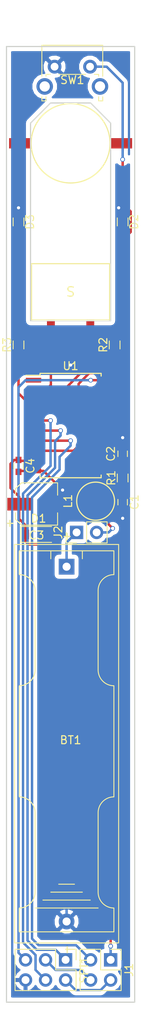
<source format=kicad_pcb>
(kicad_pcb (version 4) (host pcbnew 4.0.7)

  (general
    (links 34)
    (no_connects 0)
    (area 117.854 14.700999 136.246 144.141286)
    (thickness 1.6)
    (drawings 14)
    (tracks 146)
    (zones 0)
    (modules 19)
    (nets 19)
  )

  (page A4)
  (layers
    (0 F.Cu signal)
    (31 B.Cu signal)
    (32 B.Adhes user)
    (33 F.Adhes user)
    (34 B.Paste user)
    (35 F.Paste user)
    (36 B.SilkS user)
    (37 F.SilkS user)
    (38 B.Mask user)
    (39 F.Mask user)
    (40 Dwgs.User user)
    (41 Cmts.User user)
    (42 Eco1.User user)
    (43 Eco2.User user)
    (44 Edge.Cuts user)
    (45 Margin user)
    (46 B.CrtYd user)
    (47 F.CrtYd user)
    (48 B.Fab user)
    (49 F.Fab user)
  )

  (setup
    (last_trace_width 0.3048)
    (trace_clearance 0.267)
    (zone_clearance 0.508)
    (zone_45_only no)
    (trace_min 0.2)
    (segment_width 0.2)
    (edge_width 0.15)
    (via_size 0.6)
    (via_drill 0.4)
    (via_min_size 0.4)
    (via_min_drill 0.3)
    (uvia_size 0.3)
    (uvia_drill 0.1)
    (uvias_allowed no)
    (uvia_min_size 0.2)
    (uvia_min_drill 0.1)
    (pcb_text_width 0.3)
    (pcb_text_size 1.5 1.5)
    (mod_edge_width 0.15)
    (mod_text_size 1 1)
    (mod_text_width 0.15)
    (pad_size 2.805 1.3)
    (pad_drill 0)
    (pad_to_mask_clearance 0.2)
    (aux_axis_origin 0 0)
    (visible_elements 7FFEEFFF)
    (pcbplotparams
      (layerselection 0x01000_80000001)
      (usegerberextensions false)
      (excludeedgelayer false)
      (linewidth 0.100000)
      (plotframeref false)
      (viasonmask true)
      (mode 1)
      (useauxorigin false)
      (hpglpennumber 1)
      (hpglpenspeed 20)
      (hpglpendiameter 15)
      (hpglpenoverlay 2)
      (psnegative false)
      (psa4output false)
      (plotreference false)
      (plotvalue false)
      (plotinvisibletext false)
      (padsonsilk false)
      (subtractmaskfromsilk false)
      (outputformat 1)
      (mirror false)
      (drillshape 0)
      (scaleselection 1)
      (outputdirectory ""))
  )

  (net 0 "")
  (net 1 "Net-(D1-Pad2)")
  (net 2 "Net-(BT1-Pad1)")
  (net 3 GND)
  (net 4 "Net-(C2-Pad1)")
  (net 5 VCC)
  (net 6 MOSI)
  (net 7 MISO)
  (net 8 SCK)
  (net 9 RESET)
  (net 10 "Net-(C1-Pad1)")
  (net 11 "Net-(J1-Pad2)")
  (net 12 "Net-(J1-Pad4)")
  (net 13 "Net-(D2-Pad2)")
  (net 14 "Net-(SW1-Pad2)")
  (net 15 "Net-(D3-Pad2)")
  (net 16 US)
  (net 17 RED)
  (net 18 GREEN)

  (net_class Default "To jest domyślna klasa połączeń."
    (clearance 0.267)
    (trace_width 0.3048)
    (via_dia 0.6)
    (via_drill 0.4)
    (uvia_dia 0.3)
    (uvia_drill 0.1)
    (add_net GND)
    (add_net GREEN)
    (add_net MISO)
    (add_net MOSI)
    (add_net "Net-(BT1-Pad1)")
    (add_net "Net-(C1-Pad1)")
    (add_net "Net-(C2-Pad1)")
    (add_net "Net-(D1-Pad2)")
    (add_net "Net-(D2-Pad2)")
    (add_net "Net-(D3-Pad2)")
    (add_net "Net-(J1-Pad2)")
    (add_net "Net-(J1-Pad4)")
    (add_net "Net-(SW1-Pad2)")
    (add_net RED)
    (add_net RESET)
    (add_net SCK)
    (add_net US)
    (add_net VCC)
  )

  (module mpio:kulka_10mm (layer F.Cu) (tedit 5A5628D8) (tstamp 5A55E8BA)
    (at 127 33.02 180)
    (fp_text reference REF** (at 0 0.5 180) (layer F.SilkS) hide
      (effects (font (size 1 1) (thickness 0.15)))
    )
    (fp_text value kulka_10mm (at 0 -0.5 180) (layer F.Fab)
      (effects (font (size 1 1) (thickness 0.15)))
    )
    (fp_circle (center 0 0) (end 5 0) (layer F.SilkS) (width 0.15))
    (pad 0 smd rect (at 6.4025 0 180) (size 2.805 1.3) (layers F.Cu F.Paste F.Mask))
    (pad 0 smd rect (at -6.4025 0 180) (size 2.805 1.3) (layers F.Cu F.Paste F.Mask))
    (model ${KICADMPIO}/mpio.3dshapes/kulka10mm.wrl
      (at (xyz 0 0 0.02))
      (scale (xyz 0.393701 0.393701 0.393701))
      (rotate (xyz 0 0 0))
    )
  )

  (module mpio:MA40S4S_short (layer F.Cu) (tedit 5A55F088) (tstamp 5A5C418C)
    (at 127 55.372)
    (path /5A562CFA)
    (fp_text reference LS1 (at 0 -3.136) (layer F.SilkS) hide
      (effects (font (size 1 1) (thickness 0.15)))
    )
    (fp_text value MA40S4S (at 0 -4.136) (layer F.Fab)
      (effects (font (size 1 1) (thickness 0.15)))
    )
    (fp_text user S (at 0 -3.636) (layer F.SilkS)
      (effects (font (size 1.2 1.2) (thickness 0.15)))
    )
    (fp_line (start -4.95 -7.186) (end -4.95 -0.086) (layer F.SilkS) (width 0.15))
    (fp_line (start -4.95 -0.086) (end 4.95 -0.086) (layer F.SilkS) (width 0.15))
    (fp_line (start 4.95 -0.086) (end 4.95 -7.186) (layer F.SilkS) (width 0.15))
    (fp_line (start 4.95 -7.186) (end -4.95 -7.186) (layer F.SilkS) (width 0.15))
    (pad 2 smd rect (at 2.5 2.5) (size 1 5) (layers F.Cu F.Paste F.Mask)
      (net 3 GND))
    (pad 1 smd rect (at -2.5 2.5) (size 1 5) (layers F.Cu F.Paste F.Mask)
      (net 16 US))
    (model ${KICADMPIO}/mpio.3dshapes/MA40S4S_short.wrl
      (at (xyz 0 0 0.01))
      (scale (xyz 0.393701 0.393701 0.393701))
      (rotate (xyz 90 0 0))
    )
  )

  (module Pin_Headers:Pin_Header_Straight_1x02_Pitch2.54mm (layer F.Cu) (tedit 59650532) (tstamp 5A54E498)
    (at 127.762 82.042 90)
    (descr "Through hole straight pin header, 1x02, 2.54mm pitch, single row")
    (tags "Through hole pin header THT 1x02 2.54mm single row")
    (path /5A553E0D)
    (fp_text reference J2 (at 0 -2.33 90) (layer F.SilkS)
      (effects (font (size 1 1) (thickness 0.15)))
    )
    (fp_text value Prąd (at 0 4.87 90) (layer F.Fab)
      (effects (font (size 1 1) (thickness 0.15)))
    )
    (fp_line (start -0.635 -1.27) (end 1.27 -1.27) (layer F.Fab) (width 0.1))
    (fp_line (start 1.27 -1.27) (end 1.27 3.81) (layer F.Fab) (width 0.1))
    (fp_line (start 1.27 3.81) (end -1.27 3.81) (layer F.Fab) (width 0.1))
    (fp_line (start -1.27 3.81) (end -1.27 -0.635) (layer F.Fab) (width 0.1))
    (fp_line (start -1.27 -0.635) (end -0.635 -1.27) (layer F.Fab) (width 0.1))
    (fp_line (start -1.33 3.87) (end 1.33 3.87) (layer F.SilkS) (width 0.12))
    (fp_line (start -1.33 1.27) (end -1.33 3.87) (layer F.SilkS) (width 0.12))
    (fp_line (start 1.33 1.27) (end 1.33 3.87) (layer F.SilkS) (width 0.12))
    (fp_line (start -1.33 1.27) (end 1.33 1.27) (layer F.SilkS) (width 0.12))
    (fp_line (start -1.33 0) (end -1.33 -1.33) (layer F.SilkS) (width 0.12))
    (fp_line (start -1.33 -1.33) (end 0 -1.33) (layer F.SilkS) (width 0.12))
    (fp_line (start -1.8 -1.8) (end -1.8 4.35) (layer F.CrtYd) (width 0.05))
    (fp_line (start -1.8 4.35) (end 1.8 4.35) (layer F.CrtYd) (width 0.05))
    (fp_line (start 1.8 4.35) (end 1.8 -1.8) (layer F.CrtYd) (width 0.05))
    (fp_line (start 1.8 -1.8) (end -1.8 -1.8) (layer F.CrtYd) (width 0.05))
    (fp_text user %R (at 0 1.27 180) (layer F.Fab)
      (effects (font (size 1 1) (thickness 0.15)))
    )
    (pad 1 thru_hole rect (at 0 0 90) (size 1.7 1.7) (drill 1) (layers *.Cu *.Mask)
      (net 2 "Net-(BT1-Pad1)"))
    (pad 2 thru_hole oval (at 0 2.54 90) (size 1.7 1.7) (drill 1) (layers *.Cu *.Mask)
      (net 10 "Net-(C1-Pad1)"))
    (model ${KISYS3DMOD}/Pin_Headers.3dshapes/Pin_Header_Straight_1x02_Pitch2.54mm.wrl
      (at (xyz 0 0 0))
      (scale (xyz 1 1 1))
      (rotate (xyz 0 0 0))
    )
  )

  (module Pin_Headers:Pin_Header_Straight_2x02_Pitch2.54mm (layer F.Cu) (tedit 59650532) (tstamp 5A54E099)
    (at 132.08 135.89 270)
    (descr "Through hole straight pin header, 2x02, 2.54mm pitch, double rows")
    (tags "Through hole pin header THT 2x02 2.54mm double row")
    (path /5A54E696)
    (fp_text reference J1 (at 1.27 -2.33 270) (layer F.SilkS)
      (effects (font (size 1 1) (thickness 0.15)))
    )
    (fp_text value "1_2 VCC 3_4 SCK" (at 1.27 4.87 270) (layer F.Fab)
      (effects (font (size 1 1) (thickness 0.15)))
    )
    (fp_line (start 0 -1.27) (end 3.81 -1.27) (layer F.Fab) (width 0.1))
    (fp_line (start 3.81 -1.27) (end 3.81 3.81) (layer F.Fab) (width 0.1))
    (fp_line (start 3.81 3.81) (end -1.27 3.81) (layer F.Fab) (width 0.1))
    (fp_line (start -1.27 3.81) (end -1.27 0) (layer F.Fab) (width 0.1))
    (fp_line (start -1.27 0) (end 0 -1.27) (layer F.Fab) (width 0.1))
    (fp_line (start -1.33 3.87) (end 3.87 3.87) (layer F.SilkS) (width 0.12))
    (fp_line (start -1.33 1.27) (end -1.33 3.87) (layer F.SilkS) (width 0.12))
    (fp_line (start 3.87 -1.33) (end 3.87 3.87) (layer F.SilkS) (width 0.12))
    (fp_line (start -1.33 1.27) (end 1.27 1.27) (layer F.SilkS) (width 0.12))
    (fp_line (start 1.27 1.27) (end 1.27 -1.33) (layer F.SilkS) (width 0.12))
    (fp_line (start 1.27 -1.33) (end 3.87 -1.33) (layer F.SilkS) (width 0.12))
    (fp_line (start -1.33 0) (end -1.33 -1.33) (layer F.SilkS) (width 0.12))
    (fp_line (start -1.33 -1.33) (end 0 -1.33) (layer F.SilkS) (width 0.12))
    (fp_line (start -1.8 -1.8) (end -1.8 4.35) (layer F.CrtYd) (width 0.05))
    (fp_line (start -1.8 4.35) (end 4.35 4.35) (layer F.CrtYd) (width 0.05))
    (fp_line (start 4.35 4.35) (end 4.35 -1.8) (layer F.CrtYd) (width 0.05))
    (fp_line (start 4.35 -1.8) (end -1.8 -1.8) (layer F.CrtYd) (width 0.05))
    (fp_text user %R (at 1.27 1.27 360) (layer F.Fab)
      (effects (font (size 1 1) (thickness 0.15)))
    )
    (pad 1 thru_hole rect (at 0 0 270) (size 1.7 1.7) (drill 1) (layers *.Cu *.Mask)
      (net 5 VCC))
    (pad 2 thru_hole oval (at 2.54 0 270) (size 1.7 1.7) (drill 1) (layers *.Cu *.Mask)
      (net 11 "Net-(J1-Pad2)"))
    (pad 3 thru_hole oval (at 0 2.54 270) (size 1.7 1.7) (drill 1) (layers *.Cu *.Mask)
      (net 8 SCK))
    (pad 4 thru_hole oval (at 2.54 2.54 270) (size 1.7 1.7) (drill 1) (layers *.Cu *.Mask)
      (net 12 "Net-(J1-Pad4)"))
    (model ${KISYS3DMOD}/Pin_Headers.3dshapes/Pin_Header_Straight_2x02_Pitch2.54mm.wrl
      (at (xyz 0 0 0))
      (scale (xyz 1 1 1))
      (rotate (xyz 0 0 0))
    )
  )

  (module Resistors_SMD:R_0603 (layer F.Cu) (tedit 58E0A804) (tstamp 5A5497A6)
    (at 133.604 75.184 90)
    (descr "Resistor SMD 0603, reflow soldering, Vishay (see dcrcw.pdf)")
    (tags "resistor 0603")
    (path /5A548E85)
    (attr smd)
    (fp_text reference R1 (at 0 -1.45 90) (layer F.SilkS)
      (effects (font (size 1 1) (thickness 0.15)))
    )
    (fp_text value 680 (at 0 1.5 90) (layer F.Fab)
      (effects (font (size 1 1) (thickness 0.15)))
    )
    (fp_text user %R (at 0 0 90) (layer F.Fab)
      (effects (font (size 0.4 0.4) (thickness 0.075)))
    )
    (fp_line (start -0.8 0.4) (end -0.8 -0.4) (layer F.Fab) (width 0.1))
    (fp_line (start 0.8 0.4) (end -0.8 0.4) (layer F.Fab) (width 0.1))
    (fp_line (start 0.8 -0.4) (end 0.8 0.4) (layer F.Fab) (width 0.1))
    (fp_line (start -0.8 -0.4) (end 0.8 -0.4) (layer F.Fab) (width 0.1))
    (fp_line (start 0.5 0.68) (end -0.5 0.68) (layer F.SilkS) (width 0.12))
    (fp_line (start -0.5 -0.68) (end 0.5 -0.68) (layer F.SilkS) (width 0.12))
    (fp_line (start -1.25 -0.7) (end 1.25 -0.7) (layer F.CrtYd) (width 0.05))
    (fp_line (start -1.25 -0.7) (end -1.25 0.7) (layer F.CrtYd) (width 0.05))
    (fp_line (start 1.25 0.7) (end 1.25 -0.7) (layer F.CrtYd) (width 0.05))
    (fp_line (start 1.25 0.7) (end -1.25 0.7) (layer F.CrtYd) (width 0.05))
    (pad 1 smd rect (at -0.75 0 90) (size 0.5 0.9) (layers F.Cu F.Paste F.Mask)
      (net 10 "Net-(C1-Pad1)"))
    (pad 2 smd rect (at 0.75 0 90) (size 0.5 0.9) (layers F.Cu F.Paste F.Mask)
      (net 4 "Net-(C2-Pad1)"))
    (model ${KISYS3DMOD}/Resistors_SMD.3dshapes/R_0603.wrl
      (at (xyz 0 0 0))
      (scale (xyz 1 1 1))
      (rotate (xyz 0 0 0))
    )
  )

  (module Capacitors_SMD:C_0603 (layer F.Cu) (tedit 59958EE7) (tstamp 5A5497A0)
    (at 120.396 73.66 270)
    (descr "Capacitor SMD 0603, reflow soldering, AVX (see smccp.pdf)")
    (tags "capacitor 0603")
    (path /5A54B79F)
    (attr smd)
    (fp_text reference C4 (at 0 -1.5 270) (layer F.SilkS)
      (effects (font (size 1 1) (thickness 0.15)))
    )
    (fp_text value "100n close" (at 0 1.5 270) (layer F.Fab)
      (effects (font (size 1 1) (thickness 0.15)))
    )
    (fp_line (start 1.4 0.65) (end -1.4 0.65) (layer F.CrtYd) (width 0.05))
    (fp_line (start 1.4 0.65) (end 1.4 -0.65) (layer F.CrtYd) (width 0.05))
    (fp_line (start -1.4 -0.65) (end -1.4 0.65) (layer F.CrtYd) (width 0.05))
    (fp_line (start -1.4 -0.65) (end 1.4 -0.65) (layer F.CrtYd) (width 0.05))
    (fp_line (start 0.35 0.6) (end -0.35 0.6) (layer F.SilkS) (width 0.12))
    (fp_line (start -0.35 -0.6) (end 0.35 -0.6) (layer F.SilkS) (width 0.12))
    (fp_line (start -0.8 -0.4) (end 0.8 -0.4) (layer F.Fab) (width 0.1))
    (fp_line (start 0.8 -0.4) (end 0.8 0.4) (layer F.Fab) (width 0.1))
    (fp_line (start 0.8 0.4) (end -0.8 0.4) (layer F.Fab) (width 0.1))
    (fp_line (start -0.8 0.4) (end -0.8 -0.4) (layer F.Fab) (width 0.1))
    (fp_text user %R (at 0 0 270) (layer F.Fab)
      (effects (font (size 0.3 0.3) (thickness 0.075)))
    )
    (pad 2 smd rect (at 0.75 0 270) (size 0.8 0.75) (layers F.Cu F.Paste F.Mask)
      (net 3 GND))
    (pad 1 smd rect (at -0.75 0 270) (size 0.8 0.75) (layers F.Cu F.Paste F.Mask)
      (net 5 VCC))
    (model Capacitors_SMD.3dshapes/C_0603.wrl
      (at (xyz 0 0 0))
      (scale (xyz 1 1 1))
      (rotate (xyz 0 0 0))
    )
  )

  (module Capacitors_SMD:CP_Elec_5x5.3 (layer F.Cu) (tedit 58AA8A8F) (tstamp 5A54979A)
    (at 122.682 78.486)
    (descr "SMT capacitor, aluminium electrolytic, 5x5.3")
    (path /5A54C5B9)
    (attr smd)
    (fp_text reference C3 (at 0 3.92) (layer F.SilkS)
      (effects (font (size 1 1) (thickness 0.15)))
    )
    (fp_text value 22uLowESR (at 0 -3.92) (layer F.Fab)
      (effects (font (size 1 1) (thickness 0.15)))
    )
    (fp_circle (center 0 0) (end 0.3 2.4) (layer F.Fab) (width 0.1))
    (fp_text user + (at -1.37 -0.08) (layer F.Fab)
      (effects (font (size 1 1) (thickness 0.15)))
    )
    (fp_text user + (at -3.38 2.34) (layer F.SilkS)
      (effects (font (size 1 1) (thickness 0.15)))
    )
    (fp_text user %R (at 0 3.92) (layer F.Fab)
      (effects (font (size 1 1) (thickness 0.15)))
    )
    (fp_line (start 2.51 2.49) (end 2.51 -2.54) (layer F.Fab) (width 0.1))
    (fp_line (start -1.84 2.49) (end 2.51 2.49) (layer F.Fab) (width 0.1))
    (fp_line (start -2.51 1.82) (end -1.84 2.49) (layer F.Fab) (width 0.1))
    (fp_line (start -2.51 -1.87) (end -2.51 1.82) (layer F.Fab) (width 0.1))
    (fp_line (start -1.84 -2.54) (end -2.51 -1.87) (layer F.Fab) (width 0.1))
    (fp_line (start 2.51 -2.54) (end -1.84 -2.54) (layer F.Fab) (width 0.1))
    (fp_line (start 2.67 -2.69) (end 2.67 -1.14) (layer F.SilkS) (width 0.12))
    (fp_line (start 2.67 2.64) (end 2.67 1.09) (layer F.SilkS) (width 0.12))
    (fp_line (start -2.67 1.88) (end -2.67 1.09) (layer F.SilkS) (width 0.12))
    (fp_line (start -2.67 -1.93) (end -2.67 -1.14) (layer F.SilkS) (width 0.12))
    (fp_line (start 2.67 -2.69) (end -1.91 -2.69) (layer F.SilkS) (width 0.12))
    (fp_line (start -1.91 -2.69) (end -2.67 -1.93) (layer F.SilkS) (width 0.12))
    (fp_line (start -2.67 1.88) (end -1.91 2.64) (layer F.SilkS) (width 0.12))
    (fp_line (start -1.91 2.64) (end 2.67 2.64) (layer F.SilkS) (width 0.12))
    (fp_line (start -3.95 -2.79) (end 3.95 -2.79) (layer F.CrtYd) (width 0.05))
    (fp_line (start -3.95 -2.79) (end -3.95 2.74) (layer F.CrtYd) (width 0.05))
    (fp_line (start 3.95 2.74) (end 3.95 -2.79) (layer F.CrtYd) (width 0.05))
    (fp_line (start 3.95 2.74) (end -3.95 2.74) (layer F.CrtYd) (width 0.05))
    (pad 1 smd rect (at -2.2 0 180) (size 3 1.6) (layers F.Cu F.Paste F.Mask)
      (net 5 VCC))
    (pad 2 smd rect (at 2.2 0 180) (size 3 1.6) (layers F.Cu F.Paste F.Mask)
      (net 3 GND))
    (model Capacitors_SMD.3dshapes/CP_Elec_5x5.3.wrl
      (at (xyz 0 0 0))
      (scale (xyz 1 1 1))
      (rotate (xyz 0 0 180))
    )
  )

  (module Capacitors_SMD:C_0603 (layer F.Cu) (tedit 59958EE7) (tstamp 5A549794)
    (at 133.604 72.136 90)
    (descr "Capacitor SMD 0603, reflow soldering, AVX (see smccp.pdf)")
    (tags "capacitor 0603")
    (path /5A548E59)
    (attr smd)
    (fp_text reference C2 (at 0 -1.5 90) (layer F.SilkS)
      (effects (font (size 1 1) (thickness 0.15)))
    )
    (fp_text value "100n close" (at 0 1.5 90) (layer F.Fab)
      (effects (font (size 1 1) (thickness 0.15)))
    )
    (fp_line (start 1.4 0.65) (end -1.4 0.65) (layer F.CrtYd) (width 0.05))
    (fp_line (start 1.4 0.65) (end 1.4 -0.65) (layer F.CrtYd) (width 0.05))
    (fp_line (start -1.4 -0.65) (end -1.4 0.65) (layer F.CrtYd) (width 0.05))
    (fp_line (start -1.4 -0.65) (end 1.4 -0.65) (layer F.CrtYd) (width 0.05))
    (fp_line (start 0.35 0.6) (end -0.35 0.6) (layer F.SilkS) (width 0.12))
    (fp_line (start -0.35 -0.6) (end 0.35 -0.6) (layer F.SilkS) (width 0.12))
    (fp_line (start -0.8 -0.4) (end 0.8 -0.4) (layer F.Fab) (width 0.1))
    (fp_line (start 0.8 -0.4) (end 0.8 0.4) (layer F.Fab) (width 0.1))
    (fp_line (start 0.8 0.4) (end -0.8 0.4) (layer F.Fab) (width 0.1))
    (fp_line (start -0.8 0.4) (end -0.8 -0.4) (layer F.Fab) (width 0.1))
    (fp_text user %R (at 0 0 90) (layer F.Fab)
      (effects (font (size 0.3 0.3) (thickness 0.075)))
    )
    (pad 2 smd rect (at 0.75 0 90) (size 0.8 0.75) (layers F.Cu F.Paste F.Mask)
      (net 3 GND))
    (pad 1 smd rect (at -0.75 0 90) (size 0.8 0.75) (layers F.Cu F.Paste F.Mask)
      (net 4 "Net-(C2-Pad1)"))
    (model Capacitors_SMD.3dshapes/C_0603.wrl
      (at (xyz 0 0 0))
      (scale (xyz 1 1 1))
      (rotate (xyz 0 0 0))
    )
  )

  (module mpio:L_0403 (layer F.Cu) (tedit 5A538FB8) (tstamp 5A548E39)
    (at 130.175 78.105 90)
    (path /5A536B65)
    (fp_text reference L1 (at 0 -3.5 90) (layer F.SilkS)
      (effects (font (size 1 1) (thickness 0.15)))
    )
    (fp_text value DLG-0403-150 (at 0 3.5 90) (layer F.Fab)
      (effects (font (size 1 1) (thickness 0.15)))
    )
    (fp_circle (center 0 0) (end 2.4 0) (layer F.SilkS) (width 0.15))
    (pad 1 smd rect (at 0 -1.625 90) (size 4.5 1.75) (layers F.Cu F.Paste F.Mask)
      (net 1 "Net-(D1-Pad2)"))
    (pad 2 smd rect (at 0 1.625 90) (size 4.5 1.75) (layers F.Cu F.Paste F.Mask)
      (net 10 "Net-(C1-Pad1)"))
    (model ${KICADMPIO}/mpio.3dshapes/L_0403.wrl
      (at (xyz 0 0 0))
      (scale (xyz 0.3937007874015748 0.3937007874015748 0.3937007874015748))
      (rotate (xyz 0 0 0))
    )
  )

  (module Capacitors_SMD:C_0603 (layer F.Cu) (tedit 59958EE7) (tstamp 5A548E26)
    (at 133.604 78.232 270)
    (descr "Capacitor SMD 0603, reflow soldering, AVX (see smccp.pdf)")
    (tags "capacitor 0603")
    (path /5A533661)
    (attr smd)
    (fp_text reference C1 (at 0 -1.5 270) (layer F.SilkS)
      (effects (font (size 1 1) (thickness 0.15)))
    )
    (fp_text value 4u7 (at 0 1.5 270) (layer F.Fab)
      (effects (font (size 1 1) (thickness 0.15)))
    )
    (fp_line (start 1.4 0.65) (end -1.4 0.65) (layer F.CrtYd) (width 0.05))
    (fp_line (start 1.4 0.65) (end 1.4 -0.65) (layer F.CrtYd) (width 0.05))
    (fp_line (start -1.4 -0.65) (end -1.4 0.65) (layer F.CrtYd) (width 0.05))
    (fp_line (start -1.4 -0.65) (end 1.4 -0.65) (layer F.CrtYd) (width 0.05))
    (fp_line (start 0.35 0.6) (end -0.35 0.6) (layer F.SilkS) (width 0.12))
    (fp_line (start -0.35 -0.6) (end 0.35 -0.6) (layer F.SilkS) (width 0.12))
    (fp_line (start -0.8 -0.4) (end 0.8 -0.4) (layer F.Fab) (width 0.1))
    (fp_line (start 0.8 -0.4) (end 0.8 0.4) (layer F.Fab) (width 0.1))
    (fp_line (start 0.8 0.4) (end -0.8 0.4) (layer F.Fab) (width 0.1))
    (fp_line (start -0.8 0.4) (end -0.8 -0.4) (layer F.Fab) (width 0.1))
    (fp_text user %R (at 0 0 270) (layer F.Fab)
      (effects (font (size 0.3 0.3) (thickness 0.075)))
    )
    (pad 2 smd rect (at 0.75 0 270) (size 0.8 0.75) (layers F.Cu F.Paste F.Mask)
      (net 3 GND))
    (pad 1 smd rect (at -0.75 0 270) (size 0.8 0.75) (layers F.Cu F.Paste F.Mask)
      (net 10 "Net-(C1-Pad1)"))
    (model Capacitors_SMD.3dshapes/C_0603.wrl
      (at (xyz 0 0 0))
      (scale (xyz 1 1 1))
      (rotate (xyz 0 0 0))
    )
  )

  (module Housings_SOIC:SOIC-20W_7.5x12.8mm_Pitch1.27mm (layer F.Cu) (tedit 58CC8F64) (tstamp 5A533228)
    (at 127 68.58)
    (descr "20-Lead Plastic Small Outline (SO) - Wide, 7.50 mm Body [SOIC] (see Microchip Packaging Specification 00000049BS.pdf)")
    (tags "SOIC 1.27")
    (path /5A533187)
    (attr smd)
    (fp_text reference U1 (at 0 -7.5) (layer F.SilkS)
      (effects (font (size 1 1) (thickness 0.15)))
    )
    (fp_text value ATTINY43U-SU (at 0 7.5) (layer F.Fab)
      (effects (font (size 1 1) (thickness 0.15)))
    )
    (fp_text user %R (at 0 0) (layer F.Fab)
      (effects (font (size 1 1) (thickness 0.15)))
    )
    (fp_line (start -2.75 -6.4) (end 3.75 -6.4) (layer F.Fab) (width 0.15))
    (fp_line (start 3.75 -6.4) (end 3.75 6.4) (layer F.Fab) (width 0.15))
    (fp_line (start 3.75 6.4) (end -3.75 6.4) (layer F.Fab) (width 0.15))
    (fp_line (start -3.75 6.4) (end -3.75 -5.4) (layer F.Fab) (width 0.15))
    (fp_line (start -3.75 -5.4) (end -2.75 -6.4) (layer F.Fab) (width 0.15))
    (fp_line (start -5.95 -6.75) (end -5.95 6.75) (layer F.CrtYd) (width 0.05))
    (fp_line (start 5.95 -6.75) (end 5.95 6.75) (layer F.CrtYd) (width 0.05))
    (fp_line (start -5.95 -6.75) (end 5.95 -6.75) (layer F.CrtYd) (width 0.05))
    (fp_line (start -5.95 6.75) (end 5.95 6.75) (layer F.CrtYd) (width 0.05))
    (fp_line (start -3.875 -6.575) (end -3.875 -6.325) (layer F.SilkS) (width 0.15))
    (fp_line (start 3.875 -6.575) (end 3.875 -6.24) (layer F.SilkS) (width 0.15))
    (fp_line (start 3.875 6.575) (end 3.875 6.24) (layer F.SilkS) (width 0.15))
    (fp_line (start -3.875 6.575) (end -3.875 6.24) (layer F.SilkS) (width 0.15))
    (fp_line (start -3.875 -6.575) (end 3.875 -6.575) (layer F.SilkS) (width 0.15))
    (fp_line (start -3.875 6.575) (end 3.875 6.575) (layer F.SilkS) (width 0.15))
    (fp_line (start -3.875 -6.325) (end -5.675 -6.325) (layer F.SilkS) (width 0.15))
    (pad 1 smd rect (at -4.7 -5.715) (size 1.95 0.6) (layers F.Cu F.Paste F.Mask))
    (pad 2 smd rect (at -4.7 -4.445) (size 1.95 0.6) (layers F.Cu F.Paste F.Mask)
      (net 16 US))
    (pad 3 smd rect (at -4.7 -3.175) (size 1.95 0.6) (layers F.Cu F.Paste F.Mask)
      (net 18 GREEN))
    (pad 4 smd rect (at -4.7 -1.905) (size 1.95 0.6) (layers F.Cu F.Paste F.Mask)
      (net 17 RED))
    (pad 5 smd rect (at -4.7 -0.635) (size 1.95 0.6) (layers F.Cu F.Paste F.Mask)
      (net 6 MOSI))
    (pad 6 smd rect (at -4.7 0.635) (size 1.95 0.6) (layers F.Cu F.Paste F.Mask)
      (net 7 MISO))
    (pad 7 smd rect (at -4.7 1.905) (size 1.95 0.6) (layers F.Cu F.Paste F.Mask)
      (net 8 SCK))
    (pad 8 smd rect (at -4.7 3.175) (size 1.95 0.6) (layers F.Cu F.Paste F.Mask)
      (net 14 "Net-(SW1-Pad2)"))
    (pad 9 smd rect (at -4.7 4.445) (size 1.95 0.6) (layers F.Cu F.Paste F.Mask)
      (net 5 VCC))
    (pad 10 smd rect (at -4.7 5.715) (size 1.95 0.6) (layers F.Cu F.Paste F.Mask)
      (net 3 GND))
    (pad 11 smd rect (at 4.7 5.715) (size 1.95 0.6) (layers F.Cu F.Paste F.Mask)
      (net 1 "Net-(D1-Pad2)"))
    (pad 12 smd rect (at 4.7 4.445) (size 1.95 0.6) (layers F.Cu F.Paste F.Mask)
      (net 4 "Net-(C2-Pad1)"))
    (pad 13 smd rect (at 4.7 3.175) (size 1.95 0.6) (layers F.Cu F.Paste F.Mask))
    (pad 14 smd rect (at 4.7 1.905) (size 1.95 0.6) (layers F.Cu F.Paste F.Mask))
    (pad 15 smd rect (at 4.7 0.635) (size 1.95 0.6) (layers F.Cu F.Paste F.Mask))
    (pad 16 smd rect (at 4.7 -0.635) (size 1.95 0.6) (layers F.Cu F.Paste F.Mask))
    (pad 17 smd rect (at 4.7 -1.905) (size 1.95 0.6) (layers F.Cu F.Paste F.Mask))
    (pad 18 smd rect (at 4.7 -3.175) (size 1.95 0.6) (layers F.Cu F.Paste F.Mask))
    (pad 19 smd rect (at 4.7 -4.445) (size 1.95 0.6) (layers F.Cu F.Paste F.Mask))
    (pad 20 smd rect (at 4.7 -5.715) (size 1.95 0.6) (layers F.Cu F.Paste F.Mask)
      (net 9 RESET))
    (model ${KISYS3DMOD}/Housings_SOIC.3dshapes/SOIC-20W_7.5x12.8mm_Pitch1.27mm.wrl
      (at (xyz 0 0 0))
      (scale (xyz 1 1 1))
      (rotate (xyz 0 0 0))
    )
  )

  (module mpio:Holder_AAA (layer F.Cu) (tedit 5A562E4F) (tstamp 5A54B705)
    (at 126.492 86.36 270)
    (descr "1xAAA Battery Holder, Keystone, Plastic Case")
    (tags "AAA battery holder Keystone")
    (path /5A53344A)
    (fp_text reference BT1 (at 21.844 -0.508 540) (layer F.SilkS)
      (effects (font (size 1 1) (thickness 0.15)))
    )
    (fp_text value BtCell (at 22 0 270) (layer F.Fab)
      (effects (font (size 1 1) (thickness 0.15)))
    )
    (fp_text user - (at 48.26 0 270) (layer F.SilkS)
      (effects (font (size 1 1) (thickness 0.15)))
    )
    (fp_text user + (at -3.81 0 270) (layer F.SilkS)
      (effects (font (size 1 1) (thickness 0.15)))
    )
    (fp_line (start 47.8 7) (end 47.8 -7) (layer F.CrtYd) (width 0.05))
    (fp_line (start -3.2 7) (end 47.8 7) (layer F.CrtYd) (width 0.05))
    (fp_line (start -3.2 -7) (end -3.2 7) (layer F.CrtYd) (width 0.05))
    (fp_line (start 47.8 -7) (end -3.2 -7) (layer F.CrtYd) (width 0.05))
    (fp_line (start 47.4 6.6) (end 47.4 -6.6) (layer F.SilkS) (width 0.12))
    (fp_line (start -2.8 6.6) (end 47.4 6.6) (layer F.SilkS) (width 0.12))
    (fp_line (start -2.8 -6.6) (end -2.8 6.6) (layer F.SilkS) (width 0.12))
    (fp_line (start 47.4 -6.6) (end -2.8 -6.6) (layer F.SilkS) (width 0.12))
    (fp_line (start 40 -1) (end 40 1) (layer F.SilkS) (width 0.12))
    (fp_line (start 41 -2) (end 41 2) (layer F.SilkS) (width 0.12))
    (fp_line (start 42 3) (end 42 -3) (layer F.SilkS) (width 0.12))
    (fp_line (start 43 -4) (end 43 4) (layer F.SilkS) (width 0.12))
    (fp_line (start -2 -2) (end -1 -2) (layer F.SilkS) (width 0.12))
    (fp_line (start -1 2) (end -2 2) (layer F.SilkS) (width 0.12))
    (fp_line (start 15 6) (end 29 6) (layer F.SilkS) (width 0.12))
    (fp_line (start 29 -6) (end 15 -6) (layer F.SilkS) (width 0.12))
    (fp_arc (start 31 -6) (end 31 -4) (angle 90) (layer F.SilkS) (width 0.12))
    (fp_arc (start 13 -6) (end 15 -6) (angle 90) (layer F.SilkS) (width 0.12))
    (fp_arc (start 13 6) (end 13 4) (angle 90) (layer F.SilkS) (width 0.12))
    (fp_arc (start 31 6) (end 29 6) (angle 90) (layer F.SilkS) (width 0.12))
    (fp_line (start 3 4) (end 13 4) (layer F.SilkS) (width 0.12))
    (fp_line (start 3 -4) (end 13 -4) (layer F.SilkS) (width 0.12))
    (fp_arc (start 3 6) (end 1 6) (angle 90) (layer F.SilkS) (width 0.12))
    (fp_line (start 41 -4) (end 31 -4) (layer F.SilkS) (width 0.12))
    (fp_line (start 41 4) (end 31 4) (layer F.SilkS) (width 0.12))
    (fp_arc (start 41 6) (end 41 4) (angle 90) (layer F.SilkS) (width 0.12))
    (fp_arc (start 41 -6) (end 43 -6) (angle 90) (layer F.SilkS) (width 0.12))
    (fp_arc (start 3 -6) (end 3 -4) (angle 90) (layer F.SilkS) (width 0.12))
    (fp_line (start -2 -6) (end 1 -6) (layer F.SilkS) (width 0.12))
    (fp_line (start -2 -6) (end -2 6) (layer F.SilkS) (width 0.12))
    (fp_line (start -2 6) (end 1 6) (layer F.SilkS) (width 0.12))
    (fp_line (start 46 -6) (end 43 -6) (layer F.SilkS) (width 0.12))
    (fp_line (start 46 -6) (end 46 6) (layer F.SilkS) (width 0.12))
    (fp_line (start 46 6) (end 43 6) (layer F.SilkS) (width 0.12))
    (fp_line (start -2.7 0) (end -2.7 -6.5) (layer F.Fab) (width 0.1))
    (fp_line (start -2.7 -6.5) (end 47.3 -6.5) (layer F.Fab) (width 0.1))
    (fp_line (start 47.3 -6.5) (end 47.3 6.5) (layer F.Fab) (width 0.1))
    (fp_line (start 47.3 6.5) (end -2.7 6.5) (layer F.Fab) (width 0.1))
    (fp_line (start -2.7 6.5) (end -2.7 0) (layer F.Fab) (width 0.1))
    (pad 1 thru_hole rect (at 0 0 270) (size 2 2) (drill 1.02) (layers *.Cu *.Mask)
      (net 2 "Net-(BT1-Pad1)"))
    (pad 2 thru_hole circle (at 44.7 0 270) (size 2 2) (drill 1.02) (layers *.Cu *.Mask)
      (net 3 GND))
    (model ${KICADMPIO}/mpio.3dshapes/Holder+AAA.wrl
      (at (xyz 0.88 0 0.232))
      (scale (xyz 0.393701 0.393701 0.393701))
      (rotate (xyz 0 0 -90))
    )
  )

  (module Pin_Headers:Pin_Header_Straight_2x03_Pitch2.54mm (layer F.Cu) (tedit 59650532) (tstamp 5A54E01D)
    (at 126.365 135.89 270)
    (descr "Through hole straight pin header, 2x03, 2.54mm pitch, double rows")
    (tags "Through hole pin header THT 2x03 2.54mm double row")
    (path /5A54CCC6)
    (fp_text reference SPI1 (at 1.27 -2.33 270) (layer F.SilkS)
      (effects (font (size 1 1) (thickness 0.15)))
    )
    (fp_text value AVR-ISP-6 (at 1.27 7.41 270) (layer F.Fab)
      (effects (font (size 1 1) (thickness 0.15)))
    )
    (fp_line (start 0 -1.27) (end 3.81 -1.27) (layer F.Fab) (width 0.1))
    (fp_line (start 3.81 -1.27) (end 3.81 6.35) (layer F.Fab) (width 0.1))
    (fp_line (start 3.81 6.35) (end -1.27 6.35) (layer F.Fab) (width 0.1))
    (fp_line (start -1.27 6.35) (end -1.27 0) (layer F.Fab) (width 0.1))
    (fp_line (start -1.27 0) (end 0 -1.27) (layer F.Fab) (width 0.1))
    (fp_line (start -1.33 6.41) (end 3.87 6.41) (layer F.SilkS) (width 0.12))
    (fp_line (start -1.33 1.27) (end -1.33 6.41) (layer F.SilkS) (width 0.12))
    (fp_line (start 3.87 -1.33) (end 3.87 6.41) (layer F.SilkS) (width 0.12))
    (fp_line (start -1.33 1.27) (end 1.27 1.27) (layer F.SilkS) (width 0.12))
    (fp_line (start 1.27 1.27) (end 1.27 -1.33) (layer F.SilkS) (width 0.12))
    (fp_line (start 1.27 -1.33) (end 3.87 -1.33) (layer F.SilkS) (width 0.12))
    (fp_line (start -1.33 0) (end -1.33 -1.33) (layer F.SilkS) (width 0.12))
    (fp_line (start -1.33 -1.33) (end 0 -1.33) (layer F.SilkS) (width 0.12))
    (fp_line (start -1.8 -1.8) (end -1.8 6.85) (layer F.CrtYd) (width 0.05))
    (fp_line (start -1.8 6.85) (end 4.35 6.85) (layer F.CrtYd) (width 0.05))
    (fp_line (start 4.35 6.85) (end 4.35 -1.8) (layer F.CrtYd) (width 0.05))
    (fp_line (start 4.35 -1.8) (end -1.8 -1.8) (layer F.CrtYd) (width 0.05))
    (fp_text user %R (at 1.27 2.54 360) (layer F.Fab)
      (effects (font (size 1 1) (thickness 0.15)))
    )
    (pad 1 thru_hole rect (at 0 0 270) (size 1.7 1.7) (drill 1) (layers *.Cu *.Mask)
      (net 7 MISO))
    (pad 2 thru_hole oval (at 2.54 0 270) (size 1.7 1.7) (drill 1) (layers *.Cu *.Mask)
      (net 11 "Net-(J1-Pad2)"))
    (pad 3 thru_hole oval (at 0 2.54 270) (size 1.7 1.7) (drill 1) (layers *.Cu *.Mask)
      (net 12 "Net-(J1-Pad4)"))
    (pad 4 thru_hole oval (at 2.54 2.54 270) (size 1.7 1.7) (drill 1) (layers *.Cu *.Mask)
      (net 6 MOSI))
    (pad 5 thru_hole oval (at 0 5.08 270) (size 1.7 1.7) (drill 1) (layers *.Cu *.Mask)
      (net 9 RESET))
    (pad 6 thru_hole oval (at 2.54 5.08 270) (size 1.7 1.7) (drill 1) (layers *.Cu *.Mask)
      (net 3 GND))
    (model ${KISYS3DMOD}/Pin_Headers.3dshapes/Pin_Header_Straight_2x03_Pitch2.54mm.wrl
      (at (xyz 0 0 0))
      (scale (xyz 1 1 1))
      (rotate (xyz 0 0 0))
    )
  )

  (module Resistors_SMD:R_0603 (layer F.Cu) (tedit 58E0A804) (tstamp 5A5C419D)
    (at 132.588 58.42 90)
    (descr "Resistor SMD 0603, reflow soldering, Vishay (see dcrcw.pdf)")
    (tags "resistor 0603")
    (path /5A56507C)
    (attr smd)
    (fp_text reference R2 (at 0 -1.45 90) (layer F.SilkS)
      (effects (font (size 1 1) (thickness 0.15)))
    )
    (fp_text value 1K (at 0 1.5 90) (layer F.Fab)
      (effects (font (size 1 1) (thickness 0.15)))
    )
    (fp_text user %R (at 0 0 90) (layer F.Fab)
      (effects (font (size 0.4 0.4) (thickness 0.075)))
    )
    (fp_line (start -0.8 0.4) (end -0.8 -0.4) (layer F.Fab) (width 0.1))
    (fp_line (start 0.8 0.4) (end -0.8 0.4) (layer F.Fab) (width 0.1))
    (fp_line (start 0.8 -0.4) (end 0.8 0.4) (layer F.Fab) (width 0.1))
    (fp_line (start -0.8 -0.4) (end 0.8 -0.4) (layer F.Fab) (width 0.1))
    (fp_line (start 0.5 0.68) (end -0.5 0.68) (layer F.SilkS) (width 0.12))
    (fp_line (start -0.5 -0.68) (end 0.5 -0.68) (layer F.SilkS) (width 0.12))
    (fp_line (start -1.25 -0.7) (end 1.25 -0.7) (layer F.CrtYd) (width 0.05))
    (fp_line (start -1.25 -0.7) (end -1.25 0.7) (layer F.CrtYd) (width 0.05))
    (fp_line (start 1.25 0.7) (end 1.25 -0.7) (layer F.CrtYd) (width 0.05))
    (fp_line (start 1.25 0.7) (end -1.25 0.7) (layer F.CrtYd) (width 0.05))
    (pad 1 smd rect (at -0.75 0 90) (size 0.5 0.9) (layers F.Cu F.Paste F.Mask)
      (net 17 RED))
    (pad 2 smd rect (at 0.75 0 90) (size 0.5 0.9) (layers F.Cu F.Paste F.Mask)
      (net 13 "Net-(D2-Pad2)"))
    (model ${KISYS3DMOD}/Resistors_SMD.3dshapes/R_0603.wrl
      (at (xyz 0 0 0))
      (scale (xyz 1 1 1))
      (rotate (xyz 0 0 0))
    )
  )

  (module Buttons_Switches_THT:SW_Tactile_SPST_Angled_PTS645Vx83-2LFS (layer F.Cu) (tedit 592CAFEF) (tstamp 5A5C41C3)
    (at 124.968 23.368)
    (descr "tactile switch SPST right angle, PTS645VL83-2 LFS")
    (tags "tactile switch SPST angled PTS645VL83-2 LFS C&K Button")
    (path /5A562041)
    (fp_text reference SW1 (at 2.25 1.68) (layer F.SilkS)
      (effects (font (size 1 1) (thickness 0.15)))
    )
    (fp_text value SW_DIP_x01 (at 2.25 5.38988) (layer F.Fab)
      (effects (font (size 1 1) (thickness 0.15)))
    )
    (fp_line (start 0.5 -8.35) (end 0.5 -2.59) (layer F.Fab) (width 0.1))
    (fp_line (start 4 -8.35) (end 4 -2.59) (layer F.Fab) (width 0.1))
    (fp_line (start 0.5 -8.35) (end 4 -8.35) (layer F.Fab) (width 0.1))
    (fp_text user %R (at 2.25 1.68) (layer F.Fab)
      (effects (font (size 1 1) (thickness 0.15)))
    )
    (fp_line (start -1.09 0.97) (end -1.09 1.2) (layer F.SilkS) (width 0.12))
    (fp_line (start 5.7 4.2) (end 5.7 0.86) (layer F.Fab) (width 0.1))
    (fp_line (start -1.5 4.2) (end -1.2 4.2) (layer F.Fab) (width 0.1))
    (fp_line (start -1.2 0.86) (end 5.7 0.86) (layer F.Fab) (width 0.1))
    (fp_line (start 6 4.2) (end 6 -2.59) (layer F.Fab) (width 0.1))
    (fp_line (start -2.5 -2.8) (end 7.05 -2.8) (layer F.CrtYd) (width 0.05))
    (fp_line (start 7.05 -2.8) (end 7.05 4.45) (layer F.CrtYd) (width 0.05))
    (fp_line (start 7.05 4.45) (end -2.5 4.45) (layer F.CrtYd) (width 0.05))
    (fp_line (start -2.5 4.45) (end -2.5 -2.8) (layer F.CrtYd) (width 0.05))
    (fp_line (start -1.61 -2.7) (end 6.11 -2.7) (layer F.SilkS) (width 0.12))
    (fp_line (start 6.11 -2.7) (end 6.11 1.2) (layer F.SilkS) (width 0.12))
    (fp_line (start -1.61 4.31) (end -1.09 4.31) (layer F.SilkS) (width 0.12))
    (fp_line (start -1.61 -2.7) (end -1.61 1.2) (layer F.SilkS) (width 0.12))
    (fp_line (start -1.5 -2.59) (end 6 -2.59) (layer F.Fab) (width 0.1))
    (fp_line (start -1.5 4.2) (end -1.5 -2.59) (layer F.Fab) (width 0.1))
    (fp_line (start 5.7 4.2) (end 6 4.2) (layer F.Fab) (width 0.1))
    (fp_line (start -1.2 4.2) (end -1.2 0.86) (layer F.Fab) (width 0.1))
    (fp_line (start 5.59 0.97) (end 5.59 1.2) (layer F.SilkS) (width 0.12))
    (fp_line (start -1.09 3.8) (end -1.09 4.31) (layer F.SilkS) (width 0.12))
    (fp_line (start -1.61 3.8) (end -1.61 4.31) (layer F.SilkS) (width 0.12))
    (fp_line (start 5.05 0.97) (end 5.59 0.97) (layer F.SilkS) (width 0.12))
    (fp_line (start 5.59 3.8) (end 5.59 4.31) (layer F.SilkS) (width 0.12))
    (fp_line (start 5.59 4.31) (end 6.11 4.31) (layer F.SilkS) (width 0.12))
    (fp_line (start 6.11 3.8) (end 6.11 4.31) (layer F.SilkS) (width 0.12))
    (fp_line (start -1.09 0.97) (end -0.55 0.97) (layer F.SilkS) (width 0.12))
    (fp_line (start 0.55 0.97) (end 3.95 0.97) (layer F.SilkS) (width 0.12))
    (pad "" thru_hole circle (at 5.76 2.49) (size 2.1 2.1) (drill 1.3) (layers *.Cu *.Mask))
    (pad 2 thru_hole circle (at 4.5 0) (size 1.75 1.75) (drill 0.99) (layers *.Cu *.Mask)
      (net 14 "Net-(SW1-Pad2)"))
    (pad 1 thru_hole circle (at 0 0) (size 1.75 1.75) (drill 0.99) (layers *.Cu *.Mask)
      (net 3 GND))
    (pad "" thru_hole circle (at -1.25 2.49) (size 2.1 2.1) (drill 1.3) (layers *.Cu *.Mask))
    (model ${KISYS3DMOD}/Buttons_Switches_THT.3dshapes/SW_Tactile_SPST_Angled_PTS645Vx83-2LFS.wrl
      (at (xyz 0 0 0))
      (scale (xyz 1 1 1))
      (rotate (xyz 0 0 0))
    )
  )

  (module Resistors_SMD:R_0603 (layer F.Cu) (tedit 58E0A804) (tstamp 5A5F49BA)
    (at 133.604 42.926 270)
    (descr "Resistor SMD 0603, reflow soldering, Vishay (see dcrcw.pdf)")
    (tags "resistor 0603")
    (path /5A5650FF)
    (attr smd)
    (fp_text reference D2 (at 0 -1.45 270) (layer F.SilkS)
      (effects (font (size 1 1) (thickness 0.15)))
    )
    (fp_text value RED (at 0 1.5 270) (layer F.Fab)
      (effects (font (size 1 1) (thickness 0.15)))
    )
    (fp_text user %R (at 0 0 270) (layer F.Fab)
      (effects (font (size 0.4 0.4) (thickness 0.075)))
    )
    (fp_line (start -0.8 0.4) (end -0.8 -0.4) (layer F.Fab) (width 0.1))
    (fp_line (start 0.8 0.4) (end -0.8 0.4) (layer F.Fab) (width 0.1))
    (fp_line (start 0.8 -0.4) (end 0.8 0.4) (layer F.Fab) (width 0.1))
    (fp_line (start -0.8 -0.4) (end 0.8 -0.4) (layer F.Fab) (width 0.1))
    (fp_line (start 0.5 0.68) (end -0.5 0.68) (layer F.SilkS) (width 0.12))
    (fp_line (start -0.5 -0.68) (end 0.5 -0.68) (layer F.SilkS) (width 0.12))
    (fp_line (start -1.25 -0.7) (end 1.25 -0.7) (layer F.CrtYd) (width 0.05))
    (fp_line (start -1.25 -0.7) (end -1.25 0.7) (layer F.CrtYd) (width 0.05))
    (fp_line (start 1.25 0.7) (end 1.25 -0.7) (layer F.CrtYd) (width 0.05))
    (fp_line (start 1.25 0.7) (end -1.25 0.7) (layer F.CrtYd) (width 0.05))
    (pad 1 smd rect (at -0.75 0 270) (size 0.5 0.9) (layers F.Cu F.Paste F.Mask)
      (net 3 GND))
    (pad 2 smd rect (at 0.75 0 270) (size 0.5 0.9) (layers F.Cu F.Paste F.Mask)
      (net 13 "Net-(D2-Pad2)"))
    (model ${KISYS3DMOD}/Resistors_SMD.3dshapes/R_0603.wrl
      (at (xyz 0 0 0))
      (scale (xyz 1 1 1))
      (rotate (xyz 0 0 0))
    )
  )

  (module Resistors_SMD:R_0603 (layer F.Cu) (tedit 58E0A804) (tstamp 5A5F4CD6)
    (at 120.396 42.926 270)
    (descr "Resistor SMD 0603, reflow soldering, Vishay (see dcrcw.pdf)")
    (tags "resistor 0603")
    (path /5A5663F0)
    (attr smd)
    (fp_text reference D3 (at 0 -1.45 270) (layer F.SilkS)
      (effects (font (size 1 1) (thickness 0.15)))
    )
    (fp_text value GREEN (at 0 1.5 270) (layer F.Fab)
      (effects (font (size 1 1) (thickness 0.15)))
    )
    (fp_text user %R (at 0 0 270) (layer F.Fab)
      (effects (font (size 0.4 0.4) (thickness 0.075)))
    )
    (fp_line (start -0.8 0.4) (end -0.8 -0.4) (layer F.Fab) (width 0.1))
    (fp_line (start 0.8 0.4) (end -0.8 0.4) (layer F.Fab) (width 0.1))
    (fp_line (start 0.8 -0.4) (end 0.8 0.4) (layer F.Fab) (width 0.1))
    (fp_line (start -0.8 -0.4) (end 0.8 -0.4) (layer F.Fab) (width 0.1))
    (fp_line (start 0.5 0.68) (end -0.5 0.68) (layer F.SilkS) (width 0.12))
    (fp_line (start -0.5 -0.68) (end 0.5 -0.68) (layer F.SilkS) (width 0.12))
    (fp_line (start -1.25 -0.7) (end 1.25 -0.7) (layer F.CrtYd) (width 0.05))
    (fp_line (start -1.25 -0.7) (end -1.25 0.7) (layer F.CrtYd) (width 0.05))
    (fp_line (start 1.25 0.7) (end 1.25 -0.7) (layer F.CrtYd) (width 0.05))
    (fp_line (start 1.25 0.7) (end -1.25 0.7) (layer F.CrtYd) (width 0.05))
    (pad 1 smd rect (at -0.75 0 270) (size 0.5 0.9) (layers F.Cu F.Paste F.Mask)
      (net 3 GND))
    (pad 2 smd rect (at 0.75 0 270) (size 0.5 0.9) (layers F.Cu F.Paste F.Mask)
      (net 15 "Net-(D3-Pad2)"))
    (model ${KISYS3DMOD}/Resistors_SMD.3dshapes/R_0603.wrl
      (at (xyz 0 0 0))
      (scale (xyz 1 1 1))
      (rotate (xyz 0 0 0))
    )
  )

  (module Resistors_SMD:R_0603 (layer F.Cu) (tedit 58E0A804) (tstamp 5A5F4CE7)
    (at 120.396 58.42 90)
    (descr "Resistor SMD 0603, reflow soldering, Vishay (see dcrcw.pdf)")
    (tags "resistor 0603")
    (path /5A5663EA)
    (attr smd)
    (fp_text reference R3 (at 0 -1.45 90) (layer F.SilkS)
      (effects (font (size 1 1) (thickness 0.15)))
    )
    (fp_text value 1K (at 0 1.5 90) (layer F.Fab)
      (effects (font (size 1 1) (thickness 0.15)))
    )
    (fp_text user %R (at 0 0 90) (layer F.Fab)
      (effects (font (size 0.4 0.4) (thickness 0.075)))
    )
    (fp_line (start -0.8 0.4) (end -0.8 -0.4) (layer F.Fab) (width 0.1))
    (fp_line (start 0.8 0.4) (end -0.8 0.4) (layer F.Fab) (width 0.1))
    (fp_line (start 0.8 -0.4) (end 0.8 0.4) (layer F.Fab) (width 0.1))
    (fp_line (start -0.8 -0.4) (end 0.8 -0.4) (layer F.Fab) (width 0.1))
    (fp_line (start 0.5 0.68) (end -0.5 0.68) (layer F.SilkS) (width 0.12))
    (fp_line (start -0.5 -0.68) (end 0.5 -0.68) (layer F.SilkS) (width 0.12))
    (fp_line (start -1.25 -0.7) (end 1.25 -0.7) (layer F.CrtYd) (width 0.05))
    (fp_line (start -1.25 -0.7) (end -1.25 0.7) (layer F.CrtYd) (width 0.05))
    (fp_line (start 1.25 0.7) (end 1.25 -0.7) (layer F.CrtYd) (width 0.05))
    (fp_line (start 1.25 0.7) (end -1.25 0.7) (layer F.CrtYd) (width 0.05))
    (pad 1 smd rect (at -0.75 0 90) (size 0.5 0.9) (layers F.Cu F.Paste F.Mask)
      (net 18 GREEN))
    (pad 2 smd rect (at 0.75 0 90) (size 0.5 0.9) (layers F.Cu F.Paste F.Mask)
      (net 15 "Net-(D3-Pad2)"))
    (model ${KISYS3DMOD}/Resistors_SMD.3dshapes/R_0603.wrl
      (at (xyz 0 0 0))
      (scale (xyz 1 1 1))
      (rotate (xyz 0 0 0))
    )
  )

  (module Diodes_SMD:D_SOD-123 (layer F.Cu) (tedit 58645DC7) (tstamp 5A5713D0)
    (at 122.936 82.296)
    (descr SOD-123)
    (tags SOD-123)
    (path /5A537391)
    (attr smd)
    (fp_text reference D1 (at 0 -2) (layer F.SilkS)
      (effects (font (size 1 1) (thickness 0.15)))
    )
    (fp_text value MBR0520L (at 0 2.1) (layer F.Fab)
      (effects (font (size 1 1) (thickness 0.15)))
    )
    (fp_text user %R (at 0 -2) (layer F.Fab)
      (effects (font (size 1 1) (thickness 0.15)))
    )
    (fp_line (start -2.25 -1) (end -2.25 1) (layer F.SilkS) (width 0.12))
    (fp_line (start 0.25 0) (end 0.75 0) (layer F.Fab) (width 0.1))
    (fp_line (start 0.25 0.4) (end -0.35 0) (layer F.Fab) (width 0.1))
    (fp_line (start 0.25 -0.4) (end 0.25 0.4) (layer F.Fab) (width 0.1))
    (fp_line (start -0.35 0) (end 0.25 -0.4) (layer F.Fab) (width 0.1))
    (fp_line (start -0.35 0) (end -0.35 0.55) (layer F.Fab) (width 0.1))
    (fp_line (start -0.35 0) (end -0.35 -0.55) (layer F.Fab) (width 0.1))
    (fp_line (start -0.75 0) (end -0.35 0) (layer F.Fab) (width 0.1))
    (fp_line (start -1.4 0.9) (end -1.4 -0.9) (layer F.Fab) (width 0.1))
    (fp_line (start 1.4 0.9) (end -1.4 0.9) (layer F.Fab) (width 0.1))
    (fp_line (start 1.4 -0.9) (end 1.4 0.9) (layer F.Fab) (width 0.1))
    (fp_line (start -1.4 -0.9) (end 1.4 -0.9) (layer F.Fab) (width 0.1))
    (fp_line (start -2.35 -1.15) (end 2.35 -1.15) (layer F.CrtYd) (width 0.05))
    (fp_line (start 2.35 -1.15) (end 2.35 1.15) (layer F.CrtYd) (width 0.05))
    (fp_line (start 2.35 1.15) (end -2.35 1.15) (layer F.CrtYd) (width 0.05))
    (fp_line (start -2.35 -1.15) (end -2.35 1.15) (layer F.CrtYd) (width 0.05))
    (fp_line (start -2.25 1) (end 1.65 1) (layer F.SilkS) (width 0.12))
    (fp_line (start -2.25 -1) (end 1.65 -1) (layer F.SilkS) (width 0.12))
    (pad 1 smd rect (at -1.65 0) (size 0.9 1.2) (layers F.Cu F.Paste F.Mask)
      (net 5 VCC))
    (pad 2 smd rect (at 1.65 0) (size 0.9 1.2) (layers F.Cu F.Paste F.Mask)
      (net 1 "Net-(D1-Pad2)"))
    (model ${KISYS3DMOD}/Diodes_SMD.3dshapes/D_SOD-123.wrl
      (at (xyz 0 0 0))
      (scale (xyz 1 1 1))
      (rotate (xyz 0 0 0))
    )
  )

  (gr_line (start 132.08 30.48) (end 132.08 55.372) (angle 90) (layer Edge.Cuts) (width 0.15))
  (gr_line (start 129.54 27.94) (end 132.08 30.48) (angle 90) (layer Edge.Cuts) (width 0.15))
  (gr_line (start 124.46 27.94) (end 129.54 27.94) (angle 90) (layer Edge.Cuts) (width 0.15))
  (gr_line (start 121.92 30.48) (end 124.46 27.94) (angle 90) (layer Edge.Cuts) (width 0.15))
  (gr_line (start 121.92 30.988) (end 121.92 30.48) (angle 90) (layer Edge.Cuts) (width 0.15))
  (gr_line (start 121.92 31.496) (end 121.92 30.988) (angle 90) (layer Edge.Cuts) (width 0.15))
  (gr_line (start 121.92 48.26) (end 121.92 31.496) (angle 90) (layer Edge.Cuts) (width 0.15))
  (gr_line (start 121.92 55.372) (end 121.92 48.26) (angle 90) (layer Edge.Cuts) (width 0.15))
  (gr_line (start 118.872 141.224) (end 118.872 20.828) (angle 90) (layer Edge.Cuts) (width 0.15))
  (gr_line (start 135.128 20.828) (end 135.128 141.224) (angle 90) (layer Edge.Cuts) (width 0.15))
  (gr_line (start 118.872 20.828) (end 135.128 20.828) (angle 90) (layer Edge.Cuts) (width 0.15))
  (gr_line (start 132.08 55.372) (end 121.92 55.372) (angle 90) (layer Edge.Cuts) (width 0.15))
  (gr_line (start 118.872 141.224) (end 134.62 141.224) (angle 90) (layer Edge.Cuts) (width 0.15))
  (gr_line (start 135.128 141.224) (end 134.62 141.224) (angle 90) (layer Edge.Cuts) (width 0.15))

  (segment (start 124.586 82.296) (end 127.126 79.756) (width 0.3048) (layer F.Cu) (net 1))
  (segment (start 127.508 79.756) (end 128.55 78.714) (width 0.3048) (layer F.Cu) (net 1) (tstamp 5A54E59E))
  (segment (start 127.126 79.756) (end 127.508 79.756) (width 0.3048) (layer F.Cu) (net 1) (tstamp 5A5713FA))
  (segment (start 128.55 78.105) (end 128.55 78.714) (width 0.3048) (layer F.Cu) (net 1))
  (segment (start 131.7 74.295) (end 129.413 74.295) (width 0.3048) (layer F.Cu) (net 1))
  (segment (start 129.413 74.295) (end 128.55 75.158) (width 0.3048) (layer F.Cu) (net 1) (tstamp 5A549DF2))
  (segment (start 128.55 75.158) (end 128.55 78.105) (width 0.3048) (layer F.Cu) (net 1) (tstamp 5A549DF3))
  (segment (start 126.492 86.36) (end 126.492 83.312) (width 0.3048) (layer B.Cu) (net 2))
  (segment (start 126.492 83.312) (end 127.762 82.042) (width 0.3048) (layer B.Cu) (net 2) (tstamp 5A54E573))
  (segment (start 127 60.452) (end 127 60.96) (width 0.3048) (layer B.Cu) (net 3))
  (segment (start 128.016 60.96) (end 129.032 59.944) (width 0.3048) (layer F.Cu) (net 3) (tstamp 5A5F4A98))
  (via (at 127 60.96) (size 0.6) (drill 0.4) (layers F.Cu B.Cu) (net 3))
  (segment (start 127 60.96) (end 128.016 60.96) (width 0.3048) (layer F.Cu) (net 3))
  (segment (start 120.396 42.176) (end 120.396 41.148) (width 0.3048) (layer F.Cu) (net 3))
  (segment (start 120.396 41.148) (end 120.396 40.64) (width 0.3048) (layer B.Cu) (net 3) (tstamp 5A5F4D10))
  (via (at 120.396 41.148) (size 0.6) (drill 0.4) (layers F.Cu B.Cu) (net 3))
  (segment (start 133.604 42.176) (end 133.604 41.656) (width 0.3048) (layer F.Cu) (net 3))
  (segment (start 133.096 41.148) (end 133.096 40.64) (width 0.3048) (layer B.Cu) (net 3) (tstamp 5A5F4BAE))
  (via (at 133.096 41.148) (size 0.6) (drill 0.4) (layers F.Cu B.Cu) (net 3))
  (segment (start 133.604 41.656) (end 133.096 41.148) (width 0.3048) (layer F.Cu) (net 3) (tstamp 5A5F4BAC))
  (segment (start 129.032 59.944) (end 129.5 59.476) (width 0.3048) (layer F.Cu) (net 3) (tstamp 5A5F4A8E))
  (segment (start 129.5 59.476) (end 129.5 57.872) (width 0.3048) (layer F.Cu) (net 3) (tstamp 5A5F4A8F))
  (segment (start 124.882 78.486) (end 124.882 77.81) (width 0.3048) (layer F.Cu) (net 3))
  (segment (start 124.882 77.81) (end 125.984 76.708) (width 0.3048) (layer F.Cu) (net 3) (tstamp 5A55D085))
  (segment (start 122.3 74.295) (end 123.571 74.295) (width 0.3048) (layer F.Cu) (net 3))
  (segment (start 125.984 76.708) (end 126.492 76.708) (width 0.3048) (layer B.Cu) (net 3) (tstamp 5A55D080))
  (via (at 125.984 76.708) (size 0.6) (drill 0.4) (layers F.Cu B.Cu) (net 3))
  (segment (start 123.571 74.295) (end 125.984 76.708) (width 0.3048) (layer F.Cu) (net 3) (tstamp 5A55D07C))
  (segment (start 126.492 131.06) (end 126.492 129.54) (width 0.3048) (layer B.Cu) (net 3))
  (segment (start 122.3 74.295) (end 120.511 74.295) (width 0.3048) (layer F.Cu) (net 3))
  (segment (start 120.511 74.295) (end 120.396 74.41) (width 0.3048) (layer F.Cu) (net 3) (tstamp 5A54A08C))
  (segment (start 133.604 78.982) (end 133.604 80.264) (width 0.3048) (layer F.Cu) (net 3))
  (segment (start 133.604 80.264) (end 133.604 80.772) (width 0.3048) (layer B.Cu) (net 3) (tstamp 5A54A088))
  (via (at 133.604 80.264) (size 0.6) (drill 0.4) (layers F.Cu B.Cu) (net 3))
  (segment (start 133.604 71.386) (end 133.604 70.104) (width 0.3048) (layer F.Cu) (net 3))
  (segment (start 133.604 70.104) (end 133.604 69.088) (width 0.3048) (layer B.Cu) (net 3) (tstamp 5A54A07A))
  (via (at 133.604 70.104) (size 0.6) (drill 0.4) (layers F.Cu B.Cu) (net 3))
  (segment (start 133.604 74.434) (end 133.604 72.886) (width 0.3048) (layer F.Cu) (net 4))
  (segment (start 131.7 73.025) (end 133.465 73.025) (width 0.3048) (layer F.Cu) (net 4))
  (segment (start 133.465 73.025) (end 133.604 72.886) (width 0.3048) (layer F.Cu) (net 4) (tstamp 5A54A006))
  (segment (start 123.444 83.566) (end 121.666 83.566) (width 0.3048) (layer F.Cu) (net 5))
  (segment (start 123.444 83.566) (end 124.206 83.566) (width 0.3048) (layer F.Cu) (net 5) (tstamp 5A55CDFF))
  (segment (start 124.714 84.074) (end 124.714 125.476) (width 0.3048) (layer F.Cu) (net 5))
  (via (at 132.08 134.1628) (size 0.6) (drill 0.4) (layers F.Cu B.Cu) (net 5))
  (segment (start 132.08 134.1628) (end 132.08 132.588) (width 0.3048) (layer F.Cu) (net 5) (tstamp 5A55CD4B))
  (segment (start 132.08 135.89) (end 132.08 134.1628) (width 0.3048) (layer B.Cu) (net 5))
  (segment (start 124.206 83.566) (end 124.714 84.074) (width 0.3048) (layer F.Cu) (net 5) (tstamp 5A55CDBB))
  (segment (start 124.714 125.476) (end 132.08 132.588) (width 0.3048) (layer F.Cu) (net 5) (tstamp 5A55CDC6))
  (segment (start 121.286 83.186) (end 121.412 83.312) (width 0.3048) (layer F.Cu) (net 5) (tstamp 5A571413))
  (segment (start 121.286 83.186) (end 121.286 82.296) (width 0.3048) (layer F.Cu) (net 5))
  (segment (start 121.666 83.566) (end 121.412 83.312) (width 0.3048) (layer F.Cu) (net 5) (tstamp 5A571416))
  (segment (start 121.286 82.296) (end 121.286 81.154) (width 0.3048) (layer F.Cu) (net 5))
  (segment (start 120.482 80.35) (end 120.482 78.486) (width 0.3048) (layer F.Cu) (net 5) (tstamp 5A54E596))
  (segment (start 121.286 81.154) (end 120.482 80.35) (width 0.3048) (layer F.Cu) (net 5) (tstamp 5A5713E9))
  (segment (start 120.482 78.486) (end 120.482 77.556) (width 0.3048) (layer F.Cu) (net 5))
  (segment (start 119.876 72.91) (end 119.38 73.406) (width 0.3048) (layer F.Cu) (net 5) (tstamp 5A54E517))
  (segment (start 119.38 73.406) (end 119.38 76.454) (width 0.3048) (layer F.Cu) (net 5) (tstamp 5A54E518))
  (segment (start 119.876 72.91) (end 120.396 72.91) (width 0.3048) (layer F.Cu) (net 5))
  (segment (start 120.482 77.556) (end 119.38 76.454) (width 0.3048) (layer F.Cu) (net 5) (tstamp 5A54E52F))
  (segment (start 122.3 73.025) (end 120.511 73.025) (width 0.3048) (layer F.Cu) (net 5))
  (segment (start 120.511 73.025) (end 120.396 72.91) (width 0.3048) (layer F.Cu) (net 5) (tstamp 5A54A08F))
  (segment (start 124.46 67.945) (end 124.46 73.66) (width 0.3048) (layer B.Cu) (net 6))
  (segment (start 122.555599 137.160599) (end 122.975001 137.580001) (width 0.3048) (layer B.Cu) (net 6))
  (segment (start 124.46 73.66) (end 120.96781 77.15219) (width 0.3048) (layer B.Cu) (net 6))
  (segment (start 120.96781 77.15219) (end 120.96781 133.694096) (width 0.3048) (layer B.Cu) (net 6))
  (segment (start 120.96781 133.694096) (end 122.555599 135.281885) (width 0.3048) (layer B.Cu) (net 6))
  (segment (start 122.555599 135.281885) (end 122.555599 137.160599) (width 0.3048) (layer B.Cu) (net 6))
  (segment (start 122.975001 137.580001) (end 123.825 138.43) (width 0.3048) (layer B.Cu) (net 6))
  (segment (start 122.3 67.945) (end 124.46 67.945) (width 0.3048) (layer F.Cu) (net 6))
  (via (at 124.46 67.945) (size 0.6) (drill 0.4) (layers F.Cu B.Cu) (net 6))
  (segment (start 126.365 135.89) (end 125.095 134.62) (width 0.3048) (layer B.Cu) (net 7))
  (segment (start 125.095 134.62) (end 122.702374 134.62) (width 0.3048) (layer B.Cu) (net 7))
  (segment (start 121.53962 77.389041) (end 125.03181 73.896851) (width 0.3048) (layer B.Cu) (net 7))
  (segment (start 122.702374 134.62) (end 121.53962 133.457246) (width 0.3048) (layer B.Cu) (net 7))
  (segment (start 121.53962 133.457246) (end 121.53962 77.389041) (width 0.3048) (layer B.Cu) (net 7))
  (segment (start 125.03181 73.896851) (end 125.03181 70.54819) (width 0.3048) (layer B.Cu) (net 7))
  (segment (start 125.03181 70.54819) (end 125.73 69.85) (width 0.3048) (layer B.Cu) (net 7))
  (segment (start 125.73 69.85) (end 125.73 69.215) (width 0.3048) (layer B.Cu) (net 7))
  (segment (start 122.3 69.215) (end 125.73 69.215) (width 0.3048) (layer F.Cu) (net 7))
  (via (at 125.73 69.215) (size 0.6) (drill 0.4) (layers F.Cu B.Cu) (net 7))
  (segment (start 127 70.485) (end 127 71.12) (width 0.3048) (layer B.Cu) (net 8))
  (segment (start 127 71.12) (end 125.60362 72.51638) (width 0.3048) (layer B.Cu) (net 8))
  (segment (start 125.60362 72.51638) (end 125.60362 74.133702) (width 0.3048) (layer B.Cu) (net 8))
  (segment (start 125.60362 74.133702) (end 122.11143 77.625891) (width 0.3048) (layer B.Cu) (net 8))
  (segment (start 122.11143 77.625891) (end 122.11143 133.220396) (width 0.3048) (layer B.Cu) (net 8))
  (segment (start 122.11143 133.220396) (end 122.939224 134.04819) (width 0.3048) (layer B.Cu) (net 8))
  (segment (start 122.939224 134.04819) (end 127.69819 134.04819) (width 0.3048) (layer B.Cu) (net 8))
  (segment (start 127.69819 134.04819) (end 129.54 135.89) (width 0.3048) (layer B.Cu) (net 8))
  (segment (start 122.3 70.485) (end 127 70.485) (width 0.3048) (layer F.Cu) (net 8))
  (via (at 127 70.485) (size 0.6) (drill 0.4) (layers F.Cu B.Cu) (net 8))
  (segment (start 120.396 64.135) (end 120.396 63.754) (width 0.3048) (layer B.Cu) (net 9))
  (via (at 129.54 62.865) (size 0.6) (drill 0.4) (layers F.Cu B.Cu) (net 9))
  (segment (start 129.54 62.865) (end 121.285 62.865) (width 0.3048) (layer B.Cu) (net 9) (tstamp 5A5C42E1))
  (segment (start 121.285 62.865) (end 120.65 63.5) (width 0.3048) (layer B.Cu) (net 9) (tstamp 5A5C42E2))
  (segment (start 129.54 62.865) (end 131.7 62.865) (width 0.3048) (layer F.Cu) (net 9))
  (segment (start 120.396 63.754) (end 120.65 63.5) (width 0.3048) (layer B.Cu) (net 9) (tstamp 5A5C42E7))
  (segment (start 121.285 135.89) (end 120.396 135.001) (width 0.3048) (layer B.Cu) (net 9))
  (segment (start 120.396 64.008) (end 120.396 64.135) (width 0.3048) (layer B.Cu) (net 9) (tstamp 5A55CB68))
  (segment (start 120.396 64.135) (end 120.396 135.001) (width 0.3048) (layer B.Cu) (net 9) (tstamp 5A5C42E5))
  (segment (start 130.302 82.042) (end 131.826 82.042) (width 0.3048) (layer B.Cu) (net 10))
  (segment (start 131.8 81) (end 131.8 78.105) (width 0.3048) (layer F.Cu) (net 10) (tstamp 5A54E57A))
  (segment (start 132.334 81.534) (end 131.8 81) (width 0.3048) (layer F.Cu) (net 10) (tstamp 5A54E579))
  (via (at 132.334 81.534) (size 0.6) (drill 0.4) (layers F.Cu B.Cu) (net 10))
  (segment (start 131.826 82.042) (end 132.334 81.534) (width 0.3048) (layer B.Cu) (net 10) (tstamp 5A55D1F2))
  (segment (start 133.604 77.482) (end 132.423 77.482) (width 0.3048) (layer F.Cu) (net 10))
  (segment (start 132.423 77.482) (end 131.8 78.105) (width 0.3048) (layer F.Cu) (net 10) (tstamp 5A54A083))
  (segment (start 133.604 75.934) (end 133.604 77.482) (width 0.3048) (layer F.Cu) (net 10))
  (segment (start 126.365 138.43) (end 127.634401 139.699401) (width 0.3048) (layer B.Cu) (net 11))
  (segment (start 127.634401 139.699401) (end 130.810599 139.699401) (width 0.3048) (layer B.Cu) (net 11))
  (segment (start 130.810599 139.699401) (end 131.230001 139.279999) (width 0.3048) (layer B.Cu) (net 11))
  (segment (start 131.230001 139.279999) (end 132.08 138.43) (width 0.3048) (layer B.Cu) (net 11))
  (segment (start 129.54 138.43) (end 128.27 137.16) (width 0.3048) (layer B.Cu) (net 12) (status 10))
  (segment (start 128.27 137.16) (end 125.095 137.16) (width 0.3048) (layer B.Cu) (net 12) (tstamp 5A55CB51))
  (segment (start 125.095 137.16) (end 123.825 135.89) (width 0.3048) (layer B.Cu) (net 12) (tstamp 5A55CB53) (status 20))
  (segment (start 133.604 43.676) (end 133.604 44.196) (width 0.3048) (layer F.Cu) (net 13))
  (segment (start 132.588 56.896) (end 132.588 57.67) (width 0.3048) (layer F.Cu) (net 13) (tstamp 5A5F4DA0))
  (segment (start 133.096 56.388) (end 132.588 56.896) (width 0.3048) (layer F.Cu) (net 13) (tstamp 5A5F4D9F))
  (segment (start 133.096 44.704) (end 133.096 56.388) (width 0.3048) (layer F.Cu) (net 13) (tstamp 5A5F4D9E))
  (segment (start 133.604 44.196) (end 133.096 44.704) (width 0.3048) (layer F.Cu) (net 13) (tstamp 5A5F4D9D))
  (segment (start 127.381 71.755) (end 128.016 71.12) (width 0.3048) (layer F.Cu) (net 14))
  (segment (start 133.66781 45.14819) (end 133.66781 59.88019) (width 0.3048) (layer F.Cu) (net 14))
  (segment (start 133.604 35.052) (end 133.604 40.591286) (width 0.3048) (layer F.Cu) (net 14))
  (segment (start 133.604 40.591286) (end 134.62 41.607286) (width 0.3048) (layer F.Cu) (net 14))
  (segment (start 129.364286 61.976) (end 128.016 63.324286) (width 0.3048) (layer F.Cu) (net 14))
  (segment (start 134.62 41.607286) (end 134.62 44.196) (width 0.3048) (layer F.Cu) (net 14))
  (segment (start 134.62 44.196) (end 133.66781 45.14819) (width 0.3048) (layer F.Cu) (net 14))
  (segment (start 133.66781 59.88019) (end 131.572 61.976) (width 0.3048) (layer F.Cu) (net 14))
  (segment (start 131.572 61.976) (end 129.364286 61.976) (width 0.3048) (layer F.Cu) (net 14))
  (segment (start 128.016 63.324286) (end 128.016 71.12) (width 0.3048) (layer F.Cu) (net 14))
  (segment (start 122.3 71.755) (end 127.381 71.755) (width 0.3048) (layer F.Cu) (net 14))
  (segment (start 131.572 23.368) (end 129.468 23.368) (width 0.3048) (layer B.Cu) (net 14))
  (segment (start 133.604 35.052) (end 133.604 25.4) (width 0.3048) (layer B.Cu) (net 14))
  (via (at 133.604 35.052) (size 0.6) (drill 0.4) (layers F.Cu B.Cu) (net 14))
  (segment (start 133.604 25.4) (end 131.572 23.368) (width 0.3048) (layer B.Cu) (net 14))
  (segment (start 120.396 43.676) (end 120.396 57.67) (width 0.3048) (layer F.Cu) (net 15))
  (segment (start 122.3 64.135) (end 123.825 64.135) (width 0.3048) (layer F.Cu) (net 16))
  (segment (start 124.5 63.46) (end 124.5 57.872) (width 0.3048) (layer F.Cu) (net 16) (tstamp 5A5F49E1))
  (segment (start 123.825 64.135) (end 124.5 63.46) (width 0.3048) (layer F.Cu) (net 16) (tstamp 5A5F49E0))
  (segment (start 129.032 61.2228) (end 131.3092 61.2228) (width 0.3048) (layer F.Cu) (net 17))
  (segment (start 129.032 61.2228) (end 123.5798 66.675) (width 0.3048) (layer F.Cu) (net 17))
  (segment (start 122.3 66.675) (end 123.5798 66.675) (width 0.3048) (layer F.Cu) (net 17))
  (segment (start 132.588 59.944) (end 132.588 59.17) (width 0.3048) (layer F.Cu) (net 17) (tstamp 5A5F4DB1))
  (segment (start 131.3092 61.2228) (end 132.588 59.944) (width 0.3048) (layer F.Cu) (net 17) (tstamp 5A5F4DAF))
  (segment (start 120.396 59.17) (end 120.396 64.516) (width 0.3048) (layer F.Cu) (net 18))
  (segment (start 121.285 65.405) (end 122.3 65.405) (width 0.3048) (layer F.Cu) (net 18) (tstamp 5A5F4D3D))
  (segment (start 120.396 64.516) (end 121.285 65.405) (width 0.3048) (layer F.Cu) (net 18) (tstamp 5A5F4D3C))

  (zone (net 3) (net_name GND) (layer B.Cu) (tstamp 5A54A132) (hatch edge 0.508)
    (connect_pads (clearance 0.508))
    (min_thickness 0.254)
    (fill yes (arc_segments 16) (thermal_gap 0.508) (thermal_bridge_width 0.508))
    (polygon
      (pts
        (xy 135.128 141.478) (xy 118.872 141.478) (xy 118.872 20.828) (xy 135.128 20.828) (xy 135.128 34.544)
        (xy 132.08 34.544) (xy 132.08 35.56) (xy 135.128 35.56)
      )
    )
    (filled_polygon
      (pts
        (xy 134.418 34.417) (xy 134.3914 34.417) (xy 134.3914 25.4) (xy 134.331463 25.098675) (xy 134.160776 24.843224)
        (xy 132.128776 22.811224) (xy 131.873325 22.640537) (xy 131.572 22.5806) (xy 130.776475 22.5806) (xy 130.748862 22.513771)
        (xy 130.324463 22.08863) (xy 129.769675 21.858262) (xy 129.16896 21.857738) (xy 128.613771 22.087138) (xy 128.18863 22.511537)
        (xy 127.958262 23.066325) (xy 127.957738 23.66704) (xy 128.187138 24.222229) (xy 128.611537 24.64737) (xy 129.166325 24.877738)
        (xy 129.324804 24.877876) (xy 129.30036 24.902278) (xy 129.043293 25.521362) (xy 129.042708 26.191697) (xy 129.298694 26.811229)
        (xy 129.760524 27.273865) (xy 129.54 27.23) (xy 124.728635 27.23) (xy 125.14564 26.813722) (xy 125.402707 26.194638)
        (xy 125.403292 25.524303) (xy 125.147306 24.904771) (xy 125.115611 24.873021) (xy 125.333458 24.863579) (xy 125.767116 24.683953)
        (xy 125.850455 24.43006) (xy 124.968 23.547605) (xy 124.953858 23.561748) (xy 124.774253 23.382143) (xy 124.788395 23.368)
        (xy 125.147605 23.368) (xy 126.03006 24.250455) (xy 126.283953 24.167116) (xy 126.48959 23.602694) (xy 126.463579 23.002542)
        (xy 126.283953 22.568884) (xy 126.03006 22.485545) (xy 125.147605 23.368) (xy 124.788395 23.368) (xy 123.90594 22.485545)
        (xy 123.652047 22.568884) (xy 123.44641 23.133306) (xy 123.472421 23.733458) (xy 123.652047 24.167116) (xy 123.669842 24.172957)
        (xy 123.384303 24.172708) (xy 122.764771 24.428694) (xy 122.29036 24.902278) (xy 122.033293 25.521362) (xy 122.032708 26.191697)
        (xy 122.288694 26.811229) (xy 122.762278 27.28564) (xy 123.381362 27.542707) (xy 123.852791 27.543118) (xy 121.417954 29.977954)
        (xy 121.264046 30.208295) (xy 121.21 30.48) (xy 121.21 55.372) (xy 121.264046 55.643705) (xy 121.417954 55.874046)
        (xy 121.648295 56.027954) (xy 121.92 56.082) (xy 132.08 56.082) (xy 132.351705 56.027954) (xy 132.582046 55.874046)
        (xy 132.735954 55.643705) (xy 132.79 55.372) (xy 132.79 35.687) (xy 132.916755 35.687) (xy 133.073673 35.844192)
        (xy 133.417201 35.986838) (xy 133.789167 35.987162) (xy 134.132943 35.845117) (xy 134.291336 35.687) (xy 134.418 35.687)
        (xy 134.418 140.514) (xy 119.582 140.514) (xy 119.582 138.786892) (xy 119.843514 138.786892) (xy 120.089817 139.311358)
        (xy 120.518076 139.701645) (xy 120.92811 139.871476) (xy 121.158 139.750155) (xy 121.158 138.557) (xy 119.964181 138.557)
        (xy 119.843514 138.786892) (xy 119.582 138.786892) (xy 119.582 63.754) (xy 119.6086 63.754) (xy 119.6086 135.001)
        (xy 119.668537 135.302325) (xy 119.839224 135.557776) (xy 119.8568 135.575352) (xy 119.8 135.860907) (xy 119.8 135.919093)
        (xy 119.913039 136.487378) (xy 120.234946 136.969147) (xy 120.518101 137.158345) (xy 120.518076 137.158355) (xy 120.089817 137.548642)
        (xy 119.843514 138.073108) (xy 119.964181 138.303) (xy 121.158 138.303) (xy 121.158 138.283) (xy 121.412 138.283)
        (xy 121.412 138.303) (xy 121.432 138.303) (xy 121.432 138.557) (xy 121.412 138.557) (xy 121.412 139.750155)
        (xy 121.64189 139.871476) (xy 122.051924 139.701645) (xy 122.480183 139.311358) (xy 122.547298 139.168447) (xy 122.774946 139.509147)
        (xy 123.256715 139.831054) (xy 123.825 139.944093) (xy 124.393285 139.831054) (xy 124.875054 139.509147) (xy 125.095 139.179974)
        (xy 125.314946 139.509147) (xy 125.796715 139.831054) (xy 126.365 139.944093) (xy 126.699087 139.877639) (xy 127.077625 140.256177)
        (xy 127.333076 140.426864) (xy 127.634401 140.486801) (xy 130.810599 140.486801) (xy 131.111924 140.426864) (xy 131.367375 140.256177)
        (xy 131.745913 139.877639) (xy 132.08 139.944093) (xy 132.648285 139.831054) (xy 133.130054 139.509147) (xy 133.451961 139.027378)
        (xy 133.565 138.459093) (xy 133.565 138.400907) (xy 133.451961 137.832622) (xy 133.130054 137.350853) (xy 133.128821 137.350029)
        (xy 133.165317 137.343162) (xy 133.381441 137.20409) (xy 133.526431 136.99189) (xy 133.57744 136.74) (xy 133.57744 135.04)
        (xy 133.533162 134.804683) (xy 133.39409 134.588559) (xy 133.18189 134.443569) (xy 132.991802 134.405075) (xy 133.014838 134.349599)
        (xy 133.015162 133.977633) (xy 132.873117 133.633857) (xy 132.610327 133.370608) (xy 132.266799 133.227962) (xy 131.894833 133.227638)
        (xy 131.551057 133.369683) (xy 131.287808 133.632473) (xy 131.145162 133.976001) (xy 131.144838 134.347967) (xy 131.168078 134.404211)
        (xy 130.994683 134.436838) (xy 130.778559 134.57591) (xy 130.633569 134.78811) (xy 130.619914 134.855541) (xy 130.590054 134.810853)
        (xy 130.108285 134.488946) (xy 129.54 134.375907) (xy 129.205913 134.442361) (xy 128.254966 133.491414) (xy 127.999515 133.320727)
        (xy 127.69819 133.26079) (xy 123.265376 133.26079) (xy 122.89883 132.894244) (xy 122.89883 132.212532) (xy 125.519073 132.212532)
        (xy 125.617736 132.479387) (xy 126.227461 132.705908) (xy 126.87746 132.681856) (xy 127.366264 132.479387) (xy 127.464927 132.212532)
        (xy 126.492 131.239605) (xy 125.519073 132.212532) (xy 122.89883 132.212532) (xy 122.89883 130.795461) (xy 124.846092 130.795461)
        (xy 124.870144 131.44546) (xy 125.072613 131.934264) (xy 125.339468 132.032927) (xy 126.312395 131.06) (xy 126.671605 131.06)
        (xy 127.644532 132.032927) (xy 127.911387 131.934264) (xy 128.137908 131.324539) (xy 128.113856 130.67454) (xy 127.911387 130.185736)
        (xy 127.644532 130.087073) (xy 126.671605 131.06) (xy 126.312395 131.06) (xy 125.339468 130.087073) (xy 125.072613 130.185736)
        (xy 124.846092 130.795461) (xy 122.89883 130.795461) (xy 122.89883 129.907468) (xy 125.519073 129.907468) (xy 126.492 130.880395)
        (xy 127.464927 129.907468) (xy 127.366264 129.640613) (xy 126.756539 129.414092) (xy 126.10654 129.438144) (xy 125.617736 129.640613)
        (xy 125.519073 129.907468) (xy 122.89883 129.907468) (xy 122.89883 85.36) (xy 124.84456 85.36) (xy 124.84456 87.36)
        (xy 124.888838 87.595317) (xy 125.02791 87.811441) (xy 125.24011 87.956431) (xy 125.492 88.00744) (xy 127.492 88.00744)
        (xy 127.727317 87.963162) (xy 127.943441 87.82409) (xy 128.088431 87.61189) (xy 128.13944 87.36) (xy 128.13944 85.36)
        (xy 128.095162 85.124683) (xy 127.95609 84.908559) (xy 127.74389 84.763569) (xy 127.492 84.71256) (xy 127.2794 84.71256)
        (xy 127.2794 83.638152) (xy 127.378112 83.53944) (xy 128.612 83.53944) (xy 128.847317 83.495162) (xy 129.063441 83.35609)
        (xy 129.208431 83.14389) (xy 129.222086 83.076459) (xy 129.251946 83.121147) (xy 129.733715 83.443054) (xy 130.302 83.556093)
        (xy 130.870285 83.443054) (xy 131.352054 83.121147) (xy 131.546993 82.8294) (xy 131.826 82.8294) (xy 132.127325 82.769463)
        (xy 132.382776 82.598776) (xy 132.512396 82.469156) (xy 132.519167 82.469162) (xy 132.862943 82.327117) (xy 133.126192 82.064327)
        (xy 133.268838 81.720799) (xy 133.269162 81.348833) (xy 133.127117 81.005057) (xy 132.864327 80.741808) (xy 132.520799 80.599162)
        (xy 132.148833 80.598838) (xy 131.805057 80.740883) (xy 131.541808 81.003673) (xy 131.479535 81.153642) (xy 131.352054 80.962853)
        (xy 130.870285 80.640946) (xy 130.302 80.527907) (xy 129.733715 80.640946) (xy 129.251946 80.962853) (xy 129.22415 81.004452)
        (xy 129.215162 80.956683) (xy 129.07609 80.740559) (xy 128.86389 80.595569) (xy 128.612 80.54456) (xy 126.912 80.54456)
        (xy 126.676683 80.588838) (xy 126.460559 80.72791) (xy 126.315569 80.94011) (xy 126.26456 81.192) (xy 126.26456 82.425888)
        (xy 125.935224 82.755224) (xy 125.764537 83.010675) (xy 125.7046 83.312) (xy 125.7046 84.71256) (xy 125.492 84.71256)
        (xy 125.256683 84.756838) (xy 125.040559 84.89591) (xy 124.895569 85.10811) (xy 124.84456 85.36) (xy 122.89883 85.36)
        (xy 122.89883 77.952043) (xy 126.160396 74.690478) (xy 126.331083 74.435027) (xy 126.39102 74.133702) (xy 126.39102 72.842532)
        (xy 127.556776 71.676776) (xy 127.727463 71.421325) (xy 127.7874 71.12) (xy 127.7874 71.020111) (xy 127.792192 71.015327)
        (xy 127.934838 70.671799) (xy 127.935162 70.299833) (xy 127.793117 69.956057) (xy 127.530327 69.692808) (xy 127.186799 69.550162)
        (xy 126.814833 69.549838) (xy 126.55957 69.65531) (xy 126.664838 69.401799) (xy 126.665162 69.029833) (xy 126.523117 68.686057)
        (xy 126.260327 68.422808) (xy 125.916799 68.280162) (xy 125.544833 68.279838) (xy 125.28957 68.38531) (xy 125.394838 68.131799)
        (xy 125.395162 67.759833) (xy 125.253117 67.416057) (xy 124.990327 67.152808) (xy 124.646799 67.010162) (xy 124.274833 67.009838)
        (xy 123.931057 67.151883) (xy 123.667808 67.414673) (xy 123.525162 67.758201) (xy 123.524838 68.130167) (xy 123.666883 68.473943)
        (xy 123.6726 68.47967) (xy 123.6726 73.333848) (xy 121.1834 75.823048) (xy 121.1834 64.080152) (xy 121.611152 63.6524)
        (xy 129.004889 63.6524) (xy 129.009673 63.657192) (xy 129.353201 63.799838) (xy 129.725167 63.800162) (xy 130.068943 63.658117)
        (xy 130.332192 63.395327) (xy 130.474838 63.051799) (xy 130.475162 62.679833) (xy 130.333117 62.336057) (xy 130.070327 62.072808)
        (xy 129.726799 61.930162) (xy 129.354833 61.929838) (xy 129.011057 62.071883) (xy 129.00533 62.0776) (xy 121.285 62.0776)
        (xy 120.983675 62.137537) (xy 120.728224 62.308224) (xy 119.839224 63.197224) (xy 119.668537 63.452675) (xy 119.6086 63.754)
        (xy 119.582 63.754) (xy 119.582 22.30594) (xy 124.085545 22.30594) (xy 124.968 23.188395) (xy 125.850455 22.30594)
        (xy 125.767116 22.052047) (xy 125.202694 21.84641) (xy 124.602542 21.872421) (xy 124.168884 22.052047) (xy 124.085545 22.30594)
        (xy 119.582 22.30594) (xy 119.582 21.538) (xy 134.418 21.538)
      )
    )
  )
)

</source>
